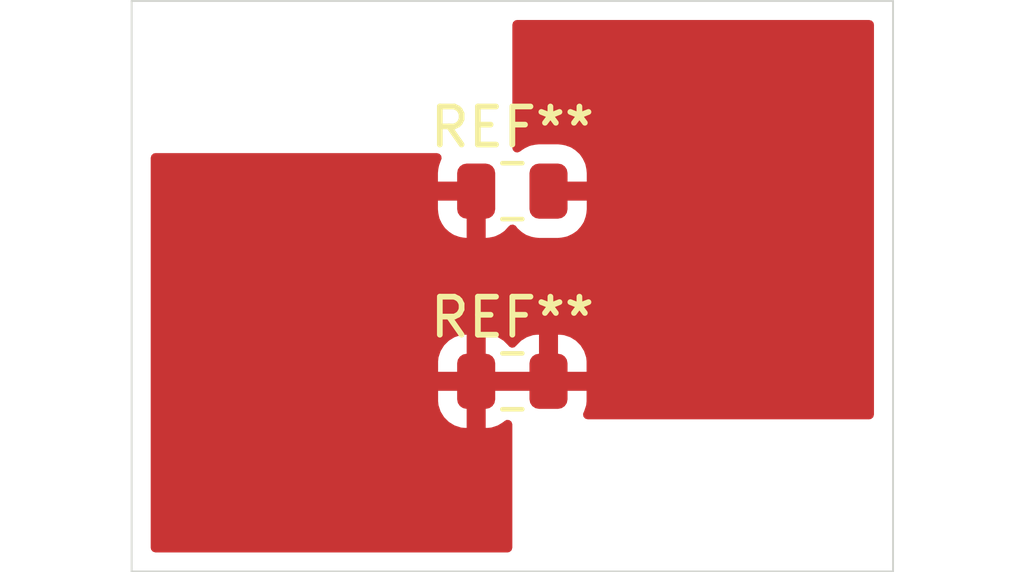
<source format=kicad_pcb>
(kicad_pcb (version 20240108) (generator "pcbnew") (generator_version "8.0")
  (layers (0 "F.Cu" signal) (31 "B.Cu" signal) (34 "B.Paste" user) (35 "F.Paste" user) (36 "B.SilkS" user "B.Silkscreen") (37 "F.SilkS" user "F.Silkscreen") (38 "B.Mask" user) (39 "F.Mask" user) (44 "Edge.Cuts" user))
  (net 0 "")
  (net 1 "a")
  (footprint "test_thermal_spoke_count:C_0805_2012Metric_custom_spokes" (layer "F.Cu") (at 115 110)
    (property "Reference" "REF**" (at 0 -1.68 0) (layer "F.SilkS"))
    (property "Value" "C_0805_2012Metric_custom_spokes")
    (fp_line (start -0.261252 -0.735) (end 0.261252 -0.735) (stroke (width 0.12)) (layer "F.SilkS"))
    (fp_line (start -0.261252 0.735) (end 0.261252 0.735) (stroke (width 0.12)) (layer "F.SilkS"))
    (pad "1" smd custom (at -0.95 0) (size 1 1) (layers "F.Cu" "F.Paste" "F.Mask") (net 1 "a") (options (clearance outline) (anchor circle)) (primitives (gr_poly (pts (xy -0.5 -0.475) (xy -0.48097 -0.570671) (xy -0.426777 -0.651777) (xy -0.345671 -0.70597) (xy -0.25 -0.725) (xy 0.25 -0.725) (xy 0.345671 -0.70597) (xy 0.426777 -0.651777) (xy 0.48097 -0.570671) (xy 0.5 -0.475) (xy 0.5 0.475) (xy 0.48097 0.570671) (xy 0.426777 0.651777) (xy 0.345671 0.70597) (xy 0.25 0.725) (xy -0.25 0.725) (xy -0.345671 0.70597) (xy -0.426777 0.651777) (xy -0.48097 0.570671) (xy -0.5 0.475)) (width 0) (fill yes)) (gr_vector (start 0 0) (end 0 1.5)) (gr_vector (start 0 0) (end -1.55 0)) (gr_vector (start 0 0) (end 0 -1.5))))
    (pad "2" smd custom (at 0.95 0) (size 1 1) (layers "F.Cu" "F.Paste" "F.Mask") (net 1 "a") (options (clearance outline) (anchor circle)) (primitives (gr_poly (pts (xy -0.5 -0.475) (xy -0.48097 -0.570671) (xy -0.426777 -0.651777) (xy -0.345671 -0.70597) (xy -0.25 -0.725) (xy 0.25 -0.725) (xy 0.345671 -0.70597) (xy 0.426777 -0.651777) (xy 0.48097 -0.570671) (xy 0.5 -0.475) (xy 0.5 0.475) (xy 0.48097 0.570671) (xy 0.426777 0.651777) (xy 0.345671 0.70597) (xy 0.25 0.725) (xy -0.25 0.725) (xy -0.345671 0.70597) (xy -0.426777 0.651777) (xy -0.48097 0.570671) (xy -0.5 0.475)) (width 0) (fill yes)) (gr_vector (start 0.05 0) (end 1.55 0))))
  )
  (footprint "test_thermal_spoke_count:C_0805_2012Metric" (layer "F.Cu") (at 115 115)
    (property "Reference" "REF**" (at 0 -1.68 0) (layer "F.SilkS"))
    (property "Value" "C_0805_2012Metric")
    (fp_line (start -0.261252 -0.735) (end 0.261252 -0.735) (stroke (width 0.12)) (layer "F.SilkS"))
    (fp_line (start -0.261252 0.735) (end 0.261252 0.735) (stroke (width 0.12)) (layer "F.SilkS"))
    (pad "1" smd roundrect (at -0.95 0) (size 1 1.45) (layers "F.Cu" "F.Paste" "F.Mask") (net 1 "a"))
    (pad "2" smd roundrect (at 0.95 0) (size 1 1.45) (layers "F.Cu" "F.Paste" "F.Mask") (net 1 "a"))
  )
  (gr_line (start 105 120) (end 105 105) (stroke (width 0.05)) (layer "Edge.Cuts"))
  (gr_line (start 105 105) (end 125 105) (stroke (width 0.05)) (layer "Edge.Cuts"))
  (gr_line (start 125 105) (end 125 120) (stroke (width 0.05)) (layer "Edge.Cuts"))
  (gr_line (start 125 120) (end 105 120) (stroke (width 0.05)) (layer "Edge.Cuts"))
  (zone (net 1) (net_name "a") (layer "F.Cu") (connect_pads (clearance 0.5)) (min_thickness 0.25) (fill yes (thermal_gap 0.5) (thermal_bridge_width 0.5) (island_removal_mode 1) (island_area_min 10))
    (polygon (pts (xy 105 109) (xy 115 109) (xy 115 105) (xy 125 105) (xy 125 116) (xy 115 116) (xy 115 120) (xy 105 120)))
  )
)
</source>
